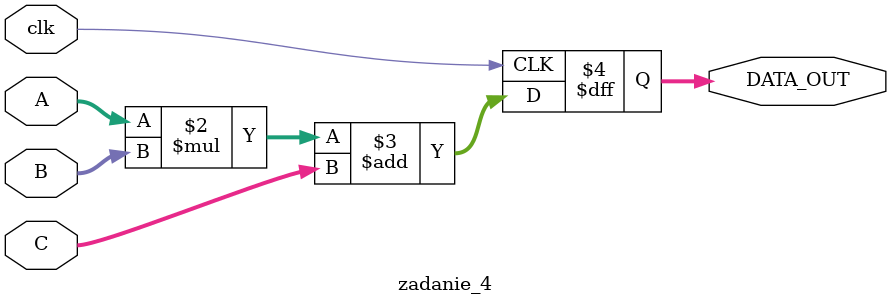
<source format=sv>
module zadanie_4 (
  input wire [7:0] A,    // Âõîä A
  input wire [7:0] B,    // Âõîä B
  input wire [7:0] C,    // Âõîä C
  input wire clk,        // Âõîä òàêòîâîãî ñèãíàëà
  output reg [7:0] DATA_OUT  // Âûõîä äàííûõ
);

  always @(posedge clk) begin
    DATA_OUT <= (A * B) + C;  // Âûïîëíÿåì îïåðàöèþ ïðè ïîëîæèòåëüíîì ôðîíòå òàêòîâîãî ñèãíàëà
  end

endmodule
</source>
